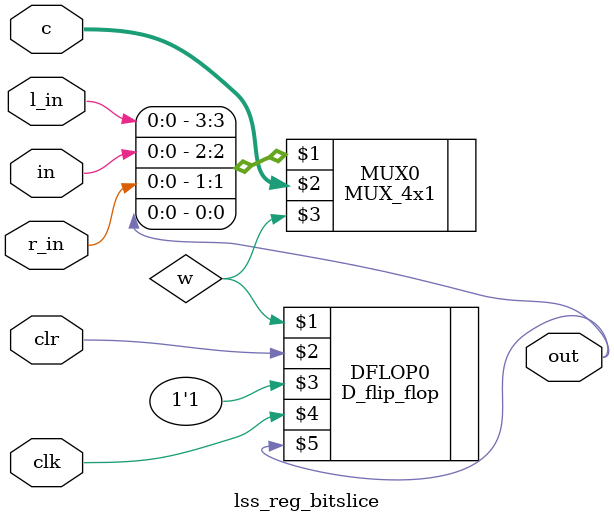
<source format=v>
`timescale 1ns / 1ps
module lss_reg_bitslice(in,l_in,r_in,c,clr,clk,out);
    input in,l_in,r_in,clr,clk;
    input [1:0] c;
    output out;
    wire w;
    
    //MUX_4x1(in,sel,out);
    MUX_4x1 MUX0 ({l_in,in,r_in,out},c,w);
    
    //D_flip_flop(d_in,clr,set,clk,q);
    D_flip_flop DFLOP0 (w,clr,1'b1,clk,out);
endmodule

</source>
